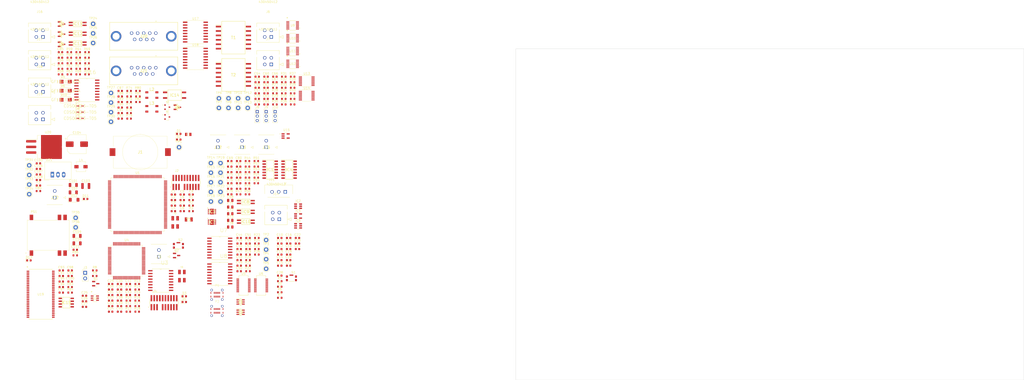
<source format=kicad_pcb>
(kicad_pcb (version 20221018) (generator pcbnew)
  (layers (0 "F.Cu" signal) (31 "B.Cu" signal) (34 "B.Paste" user) (35 "F.Paste" user) (36 "B.SilkS" user "B.Silkscreen") (37 "F.SilkS" user "F.Silkscreen") (38 "B.Mask" user) (39 "F.Mask" user) (44 "Edge.Cuts" user))
  (property "AUTHOR" "Fraunhofer IISB foxBMS Team")
  (property "CONFIGURATIONPARAMETERS" "")
  (property "CONFIGURATORNAME" "")
  (property "DOCUMENTNUMBER" "9")
  (property "ISUSERCONFIGURABLE" "")
  (property "REL-DATE" "2017-05-16")
  (property "SHEETDESCRIPTION" "Debug LEDs for MCU0")
  (property "SHEETTOTAL" "24")
  (property "VERSION" "1.0.2")
  (property "VERSIONCONTROL_PROJFOLDERREVNUMBER" "")
  (property "VERSIONCONTROL_REVNUMBER" "")
  (net 0 "")
  (net 1 "Net-(U1-PC14)")
  (net 2 "GND")
  (net 3 "Net-(U1-PC15)")
  (net 4 "+3.3V")
  (net 5 "Net-(U1-VDDA)")
  (net 6 "Net-(U1-VCAP_1)")
  (net 7 "Net-(U1-VCAP_2)")
  (net 8 "Net-(U1-PH0)")
  (net 9 "Net-(U1-PH1)")
  (net 10 "/MCU0_primary/MCU0_ADC_REF/VREF+_MCU0")
  (net 11 "/MCU0_primary/MCU0_NRST")
  (net 12 "/MCU1_secondary/MCU1_NRST")
  (net 13 "Net-(U4-PH0)")
  (net 14 "Net-(U4-PH1)")
  (net 15 "Net-(U4-VCAP_1)")
  (net 16 "Net-(U4-VCAP_2)")
  (net 17 "Net-(U5-3V3OUT)")
  (net 18 "USB1_GND")
  (net 19 "USB1_VCC")
  (net 20 "Net-(U6-3V3OUT)")
  (net 21 "USB0_GND")
  (net 22 "USB_VCC")
  (net 23 "Net-(T1-SEC_5)")
  (net 24 "Net-(T1-SEC_2)")
  (net 25 "Net-(U9-VDD)")
  (net 26 "Net-(U10-VDD)")
  (net 27 "Net-(T2-SEC_5)")
  (net 28 "Net-(T2-SEC_2)")
  (net 29 "Net-(U11-VDD)")
  (net 30 "Net-(U12-VDD)")
  (net 31 "SUPPLY")
  (net 32 "Net-(IC3-SS)")
  (net 33 "Net-(C71-Pad1)")
  (net 34 "Net-(IC3-OUT_1)")
  (net 35 "+5V")
  (net 36 "Net-(IC7-SS)")
  (net 37 "Net-(IC7-OUT_1)")
  (net 38 "+5V_ISO")
  (net 39 "Net-(C91-Pad1)")
  (net 40 "Net-(C92-Pad1)")
  (net 41 "GND_ISO")
  (net 42 "Net-(U21-Vin)")
  (net 43 "Net-(D1-K)")
  (net 44 "Net-(D1-A)")
  (net 45 "Net-(D2-K)")
  (net 46 "Net-(D2-A)")
  (net 47 "Net-(D3-K)")
  (net 48 "Net-(D3-A)")
  (net 49 "Net-(D4-K)")
  (net 50 "Net-(D4-A)")
  (net 51 "/Contactors/contactors_com_pos")
  (net 52 "/Contactors/Contactor_out0")
  (net 53 "/Contactors/Contactor_out1")
  (net 54 "Net-(U16-VIA)")
  (net 55 "Net-(U16-VIB)")
  (net 56 "Net-(U16-VIC)")
  (net 57 "/Contactors/Contactor_out2")
  (net 58 "Net-(D11-K)")
  (net 59 "Net-(D13-K)")
  (net 60 "Net-(F1-Pad1)")
  (net 61 "Net-(F2-Pad1)")
  (net 62 "/Shutdown/Bender_OK_EXT")
  (net 63 "Net-(IC1-Pad2)")
  (net 64 "/Shutdown/AMS_SHTDW")
  (net 65 "/MCU0_primary/SHUTDOWN_ctrl_MCU0")
  (net 66 "/MCU1_secondary/SHUTDOWN_ctrl_MCU0")
  (net 67 "Net-(IC1-Pad6)")
  (net 68 "/Shutdown/IMD_SHTDW")
  (net 69 "Net-(IC1-Pad10)")
  (net 71 "Net-(IC2-Pad1)")
  (net 72 "Net-(IC2-Pad3)")
  (net 74 "Net-(IC3-ILIM)")
  (net 75 "Net-(IC4-Pad1)")
  (net 76 "Net-(IC4-Pad2)")
  (net 77 "Net-(IC4-Pad4)")
  (net 78 "Net-(IC4-Pad6)")
  (net 82 "Net-(IC6-Pad1)")
  (net 84 "Net-(IC7-ILIM)")
  (net 85 "Net-(IC8-K)")
  (net 86 "Net-(IC8-E)")
  (net 87 "Net-(IC8-C)")
  (net 88 "Net-(IC9-K)")
  (net 89 "/MCU0_primary/SHUTDOWN_feedback_MCU0")
  (net 90 "Net-(IC10-K)")
  (net 91 "Net-(IC10-E)")
  (net 92 "Net-(IC10-C)")
  (net 93 "/Contactors/Contactor_feedback0")
  (net 94 "Net-(IC11-K)")
  (net 95 "Net-(IC11-E)")
  (net 96 "Net-(IC11-C)")
  (net 97 "/Contactors/Contactor_feedback1")
  (net 98 "Net-(IC12-K)")
  (net 99 "Net-(IC12-C)")
  (net 100 "/Contactors/Contactor_feedback2")
  (net 101 "Net-(IC13-K)")
  (net 102 "Net-(IC13-C)")
  (net 103 "Net-(IC14-A)")
  (net 104 "Net-(IC14-K)")
  (net 105 "Net-(IC14-D2)")
  (net 106 "/MCU0_Memory/EEPROM.CS")
  (net 107 "/MCU0_Memory/EEPROM.MISO")
  (net 108 "Net-(IC15-~{W})")
  (net 109 "/MCU0_Memory/EEPROM.MOSI")
  (net 110 "/MCU0_Memory/EEPROM.SCK")
  (net 111 "Net-(IC15-~{HOLD})")
  (net 112 "Net-(J1-+)")
  (net 113 "/MCU0_primary/MCU0_SWDIO")
  (net 114 "/MCU0_primary/MCU0_SWCLK")
  (net 115 "/MCU0_primary/MCU0_SWO")
  (net 116 "/MCU0_primary/MCU0_TDI")
  (net 117 "/MCU0_primary/MCU0_TRACECLK")
  (net 118 "/MCU0_primary/MCU0_TRACED0")
  (net 119 "/MCU0_primary/MCU0_TRACED1")
  (net 120 "/MCU0_primary/MCU0_TRACED2")
  (net 121 "/MCU0_primary/MCU0_TRACED3")
  (net 122 "/MCU0_primary/MCU0_BOOT")
  (net 123 "/MCU1_secondary/MCU1_SWDIO")
  (net 124 "/MCU1_secondary/MCU1_SWCLK")
  (net 125 "/MCU1_secondary/MCU1_SWO")
  (net 126 "/MCU1_secondary/MCU1_TDI")
  (net 127 "/MCU1_secondary/MCU1_TRACECLK")
  (net 128 "/MCU1_secondary/MCU1_TRACED0")
  (net 129 "/MCU1_secondary/MCU1_TRACED1")
  (net 130 "/MCU1_secondary/MCU1_TRACED2")
  (net 131 "/MCU1_secondary/MCU1_TRACED3")
  (net 132 "/MCU1_secondary/MCU1_BOOT")
  (net 133 "Net-(T1-PRI_3)")
  (net 134 "Net-(T1-PRI_1)")
  (net 135 "Net-(T2-PRI_1)")
  (net 136 "Net-(T2-PRI_3)")
  (net 137 "Net-(T1-PRI_6)")
  (net 138 "Net-(T1-PRI_4)")
  (net 139 "Net-(T2-PRI_4)")
  (net 140 "Net-(T2-PRI_6)")
  (net 141 "/isoSPI_interface/POL_0")
  (net 142 "/isoSPI_interface/PHA_0")
  (net 143 "/isoSPI_interface/SLOW")
  (net 144 "/Contactors/feedback0")
  (net 145 "/Contactors/feedback1")
  (net 146 "/Contactors/feedback2")
  (net 149 "/CAN0_interface/CAN0_L")
  (net 151 "/CAN0_interface/CAN0_H")
  (net 154 "/CAN0_interface/CAN1_L")
  (net 156 "/CAN0_interface/CAN1_H")
  (net 158 "Net-(U17-CANL)")
  (net 159 "Net-(U17-CANH)")
  (net 160 "Net-(U18-CANL)")
  (net 161 "Net-(U18-CANH)")
  (net 163 "/USB_interface/D1+")
  (net 164 "/USB_interface/D1-")
  (net 167 "/USB_interface/D0+")
  (net 168 "/USB_interface/D0-")
  (net 172 "/MCU0_primary/FTDI_MCU0.DTR")
  (net 173 "/MCU1_secondary/FTDI_MCU1.DTR")
  (net 174 "Net-(Q3-G)")
  (net 175 "Net-(Q3-D)")
  (net 176 "Net-(Q4-G)")
  (net 177 "Net-(Q4-D)")
  (net 178 "Net-(Q5-G)")
  (net 179 "Net-(Q5-D)")
  (net 180 "Net-(Q6-G)")
  (net 181 "Net-(U1-PB2)")
  (net 182 "Net-(R5-Pad2)")
  (net 183 "/MCU0_primary/FTDI_MCU0.RTS")
  (net 184 "Net-(R7-Pad1)")
  (net 185 "Net-(R11-Pad2)")
  (net 186 "/MCU1_secondary/FTDI_MCU1.RTS")
  (net 187 "Net-(R13-Pad1)")
  (net 188 "Net-(U4-PB2)")
  (net 189 "Net-(U5-USBDM)")
  (net 190 "Net-(U5-USBDP)")
  (net 191 "Net-(U5-~{DSR})")
  (net 192 "Net-(U5-~{CTS})")
  (net 193 "Net-(U6-USBDM)")
  (net 194 "Net-(U6-USBDP)")
  (net 195 "Net-(U6-~{DSR})")
  (net 196 "Net-(U6-~{CTS})")
  (net 197 "/isoSPI_interface/OUT0_N")
  (net 198 "/isoSPI_interface/OUT0_P")
  (net 199 "Net-(U9-IBIAS)")
  (net 200 "Net-(U9-ICMP)")
  (net 201 "Net-(U10-IBIAS)")
  (net 202 "Net-(U10-ICMP)")
  (net 203 "/isoSPI_interface/OUT0_P_rv")
  (net 204 "/isoSPI_interface/OUT0_N_rv")
  (net 205 "/isoSPI_interface/OUT1_N")
  (net 206 "/isoSPI_interface/OUT1_P")
  (net 207 "Net-(U11-IBIAS)")
  (net 208 "Net-(U11-ICMP)")
  (net 209 "Net-(U12-IBIAS)")
  (net 210 "Net-(U12-ICMP)")
  (net 211 "/isoSPI_interface/OUT1_P_rv")
  (net 212 "/isoSPI_interface/OUT1_N_rv")
  (net 213 "Net-(R39-Pad2)")
  (net 214 "Net-(R40-Pad2)")
  (net 215 "/MCU0_primary/isoSPI0.DIR")
  (net 216 "/MCU1_secondary/isoSPI1.DIR")
  (net 217 "Net-(R45-Pad2)")
  (net 218 "/Contactors/Contactor_ctrl0")
  (net 219 "/Contactors/Contactor_ctrl1")
  (net 220 "/Contactors/Contactor_ctrl2")
  (net 221 "/CAN0_interface/CAN0.TRANS_STBY_CTRL")
  (net 222 "/CAN0_interface/CAN1.TRANS_STBY_CTRL")
  (net 227 "/CAN0_interface/CAN0.TX")
  (net 228 "/CAN0_interface/CAN1.TX")
  (net 229 "/CAN0_interface/CAN0.RX")
  (net 230 "/CAN0_interface/CAN1.RX")
  (net 235 "/MCU0_Memory/MCU0_RAM.A0")
  (net 236 "/MCU0_Memory/MCU0_RAM.A1")
  (net 237 "/MCU0_Memory/MCU0_RAM.A2")
  (net 238 "/MCU0_Memory/MCU0_RAM.A3")
  (net 239 "/MCU0_Memory/MCU0_RAM.A4")
  (net 240 "/MCU0_Memory/MCU0_RAM.A5")
  (net 246 "/MCU0_Memory/MCU0_RAM.SDNWE")
  (net 256 "/MCU0_primary/isoSPI0.CS")
  (net 257 "/MCU0_primary/isoSPI0.SCK")
  (net 258 "/MCU0_primary/isoSPI0.MISO")
  (net 259 "/MCU0_primary/isoSPI0.MOSI")
  (net 264 "/MCU0_Memory/MCU0_RAM.SDNRAS")
  (net 265 "/MCU0_Memory/MCU0_RAM.A6")
  (net 266 "/MCU0_Memory/MCU0_RAM.A7")
  (net 267 "/MCU0_Memory/MCU0_RAM.A8")
  (net 268 "/MCU0_Memory/MCU0_RAM.A9")
  (net 269 "/MCU0_Memory/MCU0_RAM.A10")
  (net 270 "/MCU0_Memory/MCU0_RAM.A11")
  (net 271 "/MCU0_Memory/MCU0_RAM.D4")
  (net 272 "/MCU0_Memory/MCU0_RAM.D5")
  (net 273 "/MCU0_Memory/MCU0_RAM.D6")
  (net 274 "/MCU0_Memory/MCU0_RAM.D7")
  (net 275 "/MCU0_Memory/MCU0_RAM.D8")
  (net 276 "/MCU0_Memory/MCU0_RAM.D9")
  (net 277 "/MCU0_Memory/MCU0_RAM.D10")
  (net 278 "/MCU0_Memory/MCU0_RAM.D11")
  (net 279 "/MCU0_Memory/MCU0_RAM.D12")
  (net 280 "/MCU0_primary/FTDI_MCU0.TX")
  (net 281 "/MCU0_primary/FTDI_MCU0.RX")
  (net 282 "/MCU0_Memory/MCU0_RAM.SDNE1")
  (net 283 "/MCU0_Memory/MCU0_RAM.SDCKE1")
  (net 289 "/MCU0_primary/MCU_to_MCU_INTERFACE_MCU0.CS")
  (net 290 "/MCU0_primary/MCU_to_MCU_INTERFACE_MCU0.MISO")
  (net 291 "/MCU0_primary/MCU_to_MCU_INTERFACE_MCU0.MOSI")
  (net 292 "/MCU0_Memory/MCU0_RAM.D13")
  (net 293 "/MCU0_Memory/MCU0_RAM.D14")
  (net 294 "/MCU0_Memory/MCU0_RAM.D15")
  (net 298 "/MCU0_Memory/MCU0_RAM.D0")
  (net 299 "/MCU0_Memory/MCU0_RAM.D1")
  (net 302 "/MCU0_Memory/MCU0_RAM.BA0")
  (net 303 "/MCU0_Memory/MCU0_RAM.BA1")
  (net 306 "/MCU0_Memory/MCU0_RAM.SDCLK")
  (net 319 "/MCU0_Memory/MCU0_RAM.D2")
  (net 320 "/MCU0_Memory/MCU0_RAM.D3")
  (net 322 "/MCU0_primary/MCU_to_MCU_INTERFACE_MCU0.SCK")
  (net 328 "/MCU0_Memory/MCU0_RAM.SDNCAS")
  (net 330 "/MCU0_Memory/MCU0_RAM.NBL0")
  (net 331 "/MCU0_Memory/MCU0_RAM.NBL1")
  (net 336 "/MCU1_secondary/MCU_to_MCU_INTERFACE_MCU1.MISO")
  (net 338 "/MCU1_secondary/MCU_to_MCU_INTERFACE_MCU1.CS")
  (net 339 "/MCU1_secondary/MCU_to_MCU_INTERFACE_MCU1.SCK")
  (net 340 "/MCU1_secondary/MCU_to_MCU_INTERFACE_MCU1.MOSI")
  (net 350 "/MCU1_secondary/isoSPI1.CS")
  (net 351 "/MCU1_secondary/isoSPI1.SCK")
  (net 352 "/MCU1_secondary/isoSPI1.MISO")
  (net 353 "/MCU1_secondary/isoSPI1.MOSI")
  (net 367 "/MCU1_secondary/FTDI_MCU1.TX")
  (net 368 "/MCU1_secondary/FTDI_MCU1.RX")
  (net 402 "/USB_interface/USB_MCU1.DTR")
  (net 403 "/USB_interface/USB_MCU1.RTS")
  (net 404 "/USB_interface/USB_MCU1.RX")
  (net 411 "/USB_interface/USB_MCU1.TX")
  (net 412 "/USB_interface/USB_MCU0.DTR")
  (net 413 "/USB_interface/USB_MCU0.RTS")
  (net 414 "/USB_interface/USB_MCU0.RX")
  (net 421 "/USB_interface/USB_MCU0.TX")
  (net 424 "/isoSPI_interface/CS0_F")
  (net 425 "/isoSPI_interface/CS1_F")
  (net 426 "/isoSPI_interface/CS0_rv")
  (net 427 "/isoSPI_interface/CS1_rv")
  (net 428 "Net-(U13-Pad11)")
  (net 429 "Net-(U13-Pad10)")
  (net 430 "Net-(U14-Pad11)")
  (net 431 "Net-(U14-Pad10)")
  (footprint "Capacitor_SMD:CP_Elec_8x10" (layer "F.Cu") (at -118.74 122.73)
    (fp_text reference "C104")
    (fp_text value "56uF/50V (8mm diameter)")
  )
  (footprint "FTSH-110-01-L-DV-007-K-P:SAMTEC_FTSH-110-01-L-DV-007" (layer "F.Cu") (at -79.28 194.5)
    (fp_text reference "J4")
    (fp_text value "FTSH-110-01-L-DV-007")
  )
  (footprint "ADR3425ARJZ-R2:RJ_6_ADI" (layer "F.Cu") (at -110.6156 192.4338)
    (fp_text reference "U2")
    (fp_text value "ADR3425ARJZ-R2")
  )
  (footprint "Capacitor_SMD:C_0603_1608Metric" (layer "F.Cu") (at -37.115 94.7)
    (fp_text reference "C55")
    (fp_text value "27pF/50V")
  )
  (footprint "43045-0212:43045-02YY_121314" (layer "F.Cu") (at -54.87 124.16)
    (fp_text reference "J12")
    (fp_text value "43045-0212" hide)
  )
  (footprint "Resistor_SMD:R_0603_1608Metric" (layer "F.Cu") (at -37.505 132.89)
    (fp_text reference "R52")
    (fp_text value "6k8")
  )
  (footprint "Resistor_SMD:R_0603_1608Metric" (layer "F.Cu") (at -95.445 193.55)
    (fp_text reference "R10")
    (fp_text value "10k")
  )
  (footprint "Capacitor_SMD:C_0603_1608Metric" (layer "F.Cu") (at -103.465 188.53)
    (fp_text reference "C30")
    (fp_text value "100nF/50V")
  )
  (footprint "Resistor_SMD:R_0603_1608Metric" (layer "F.Cu") (at -37.505 137.91)
    (fp_text reference "R54")
    (fp_text value "470R")
  )
  (footprint "Resistor_SMD:R_0603_1608Metric" (layer "F.Cu") (at -122.155 86.11)
    (fp_text reference "R61")
    (fp_text value "130R")
  )
  (footprint "IS42S16400J-7TLI:54L_TSOP-2_400_ISI" (layer "F.Cu") (at -135.1547 190.6793)
    (fp_text reference "U19")
    (fp_text value "IS42S16400J-7TLI")
  )
  (footprint "Resistor_SMD:R_0603_1608Metric" (layer "F.Cu") (at -37.255 167.7)
    (fp_text reference "R24")
    (fp_text value "27R")
  )
  (footprint "43045-0412:CON_430450412_MOL" (layer "F.Cu") (at -134.091512 74.1985)
    (fp_text reference "J16")
    (fp_text value "430450412")
  )
  (footprint "Capacitor_SMD:C_0603_1608Metric" (layer "F.Cu") (at -103.465 198.57)
    (fp_text reference "C34")
    (fp_text value "100nF/50V")
  )
  (footprint "TestPoint:TestPoint_Keystone_5000-5004_Miniature" (layer "F.Cu") (at -33.075 170.46)
    (fp_text reference "TP3")
    (fp_text value "TestPoint")
  )
  (footprint "Capacitor_SMD:C_0603_1608Metric" (layer "F.Cu") (at -136.145 136.43)
    (fp_text reference "C107")
    (fp_text value "1uF/35V")
  )
  (footprint "Capacitor_SMD:C_0603_1608Metric" (layer "F.Cu") (at -99.455 186.02)
    (fp_text reference "C35")
    (fp_text value "100nF/50V")
  )
  (footprint "Capacitor_SMD:C_0603_1608Metric" (layer "F.Cu") (at -45.275 167.7)
    (fp_text reference "C45")
    (fp_text value "4u7/25V")
  )
  (footprint "Capacitor_SMD:C_0603_1608Metric" (layer "F.Cu") (at -49.535 137.91)
    (fp_text reference "C75")
    (fp_text value "0.1u/50V")
  )
  (footprint "Capacitor_SMD:C_0603_1608Metric" (layer "F.Cu") (at -75.055 150.55)
    (fp_text reference "C3")
    (fp_text value "100nF/50V")
  )
  (footprint "TestPoint:TestPoint_Keystone_5000-5004_Miniature" (layer "F.Cu") (at -54.445 101.98)
    (fp_text reference "TP6")
    (fp_text value "TestPoint")
  )
  (footprint "Capacitor_SMD:C_0603_1608Metric" (layer "F.Cu") (at -18.875 167.7)
    (fp_text reference "C23")
    (fp_text value "100nF/50V")
  )
  (footprint "LED_SMD:LED_0603_1608Metric" (layer "F.Cu") (at -72.625 118.06)
    (fp_text reference "D1")
    (fp_text value "LED_RED")
  )
  (footprint "GF1B-E367A:Diode_GF1B-E367A" (layer "F.Cu") (at -123.82 102.635)
    (fp_text reference "D10")
    (fp_text value "GF1B-E3_67A")
  )
  (footprint "Capacitor_SMD:C_0603_1608Metric" (layer "F.Cu") (at -103.465 196.06)
    (fp_text reference "C33")
    (fp_text value "18pF/50V")
  )
  (footprint "Capacitor_SMD:C_0603_1608Metric" (layer "F.Cu") (at -99.115 108.66)
    (fp_text reference "C91")
    (fp_text value "1uF/35V")
  )
  (footprint "Capacitor_SMD:C_0603_1608Metric" (layer "F.Cu") (at -71.045 153.06)
    (fp_text reference "C8")
    (fp_text value "18pF/50V")
  )
  (footprint "ACPL-217:SOIC127P700X242-4N" (layer "F.Cu") (at -118.395 77.19)
    (fp_text reference "IC13")
    (fp_text value "ACPL-217-56BE" hide)
  )
  (footprint "KMR221GLFS:SW_KMR221GLFS" (layer "F.Cu") (at -21.615 183.47)
    (fp_text reference "S1")
    (fp_text value "KMR221GLFS")
  )
  (footprint "43650-0327:MOLEX_436500327" (layer "F.Cu") (at -24.38 144.32)
    (fp_text reference "J11")
    (fp_text value "436500327")
  )
  (footprint "TestPoint:TestPoint_Keystone_5000-5004_Miniature" (layer "F.Cu") (at -41.395 106.33)
    (fp_text reference "TP13")
    (fp_text value "TestPoint")
  )
  (footprint "Resistor_SMD:R_0603_1608Metric" (layer "F.Cu") (at -37.255 165.19)
    (fp_text reference "R23")
    (fp_text value "27R")
  )
  (footprint "TestPoint:TestPoint_Keystone_5000-5004_Miniature" (layer "F.Cu") (at -58.065 140)
    (fp_text reference "TP16")
    (fp_text value "TestPoint")
  )
  (footprint "Resistor_SMD:R_0603_1608Metric" (layer "F.Cu") (at -21.075 97.21)
    (fp_text reference "R39")
    (fp_text value "20k")
  )
  (footprint "Capacitor_SMD:C_0603_1608Metric" (layer "F.Cu") (at -26.895 167.7)
    (fp_text reference "C11")
    (fp_text value "100nF/50V")
  )
  (footprint "Resistor_SMD:R_0603_1608Metric" (layer "F.Cu") (at -114.135 86.11)
    (fp_text reference "R71")
    (fp_text value "1k")
  )
  (footprint "Capacitor_SMD:C_0603_1608Metric" (layer "F.Cu") (at -22.885 172.72)
    (fp_text reference "C19")
    (fp_text value "100nF/50V")
  )
  (footprint "Capacitor_SMD:C_0603_1608Metric" (layer "F.Cu") (at -45.275 180.25)
    (fp_text reference "C50")
    (fp_text value "100n/50V")
  )
  (footprint "GF1B-E367A:Diode_GF1B-E367A" (layer "F.Cu") (at -123.82 94.435)
    (fp_text reference "D5")
    (fp_text value "GF1B-E3_67A")
  )
  (footprint "Capacitor_SMD:C_0603_1608Metric" (layer "F.Cu") (at -126.165 83.6)
    (fp_text reference "C86")
    (fp_text value "100nF/50V")
  )
  (footprint "Capacitor_SMD:C_0603_1608Metric" (layer "F.Cu") (at -75.055 148.04)
    (fp_text reference "C2")
    (fp_text value "18pF/50V")
  )
  (footprint "Resistor_SMD:R_0603_1608Metric" (layer "F.Cu") (at -91.435 196.06)
    (fp_text reference "R17")
    (fp_text value "10k")
  )
  (footprint "Resistor_SMD:R_0603_1608Metric" (layer "F.Cu") (at -26.895 184.76)
    (fp_text reference "R4")
    (fp_text value "10k")
  )
  (footprint "Capacitor_SMD:C_0603_1608Metric" (layer "F.Cu") (at -99.455 196.06)
    (fp_text reference "C39")
    (fp_text value "100nF/50V")
  )
  (footprint "Package_QFP:LQFP-176_24x24mm_P0.5mm" (layer "F.Cu") (at -91.265 150.07)
    (fp_text reference "U1")
    (fp_text value "STM32F429IIT6")
  )
  (footprint "Resistor_SMD:R_0603_1608Metric" (layer "F.Cu") (at -91.435 188.53)
    (fp_text reference "R14")
    (fp_text value "10k")
  )
  (footprint "43045-0412:CON_430450412_MOL" (layer "F.Cu") (at -30.711512 86.6355)
    (fp_text reference "J7")
    (fp_text value "430450412")
  )
  (footprint "Package_TO_SOT_SMD:SOT-23" (layer "F.Cu") (at -110.215 185.88)
    (fp_text reference "Q1")
    (fp_text value "BSS84")
  )
  (footprint "TestPoint:TestPoint_Keystone_5000-5004_Miniature" (layer "F.Cu") (at -140.325 141.03)
    (fp_text reference "TP33")
    (fp_text value "TestPoint")
  )
  (footprint "Diode_SMD:D_MiniMELF" (layer "F.Cu") (at -119.99 147.905)
    (fp_text reference "D12")
    (fp_text value "BZV55B15")
  )
  (footprint "TestPoint:TestPoint_Keystone_5000-5004_Miniature" (layer "F.Cu") (at -53.715 148.7)
    (fp_text reference "TP23")
    (fp_text value "TestPoint")
  )
  (footprint "Capacitor_SMD:C_0603_1608Metric" (layer "F.Cu") (at -37.115 102.23)
    (fp_text reference "C58")
    (fp_text value "100n/50V")
  )
  (footprint "Resistor_SMD:R_0603_1608Metric" (layer "F.Cu") (at -122.155 91.13)
    (fp_text reference "R63")
    (fp_text value "10R")
  )
  (footprint "Resistor_SMD:R_0603_1608Metric" (layer "F.Cu") (at -118.145 91.13)
    (fp_text reference "R68")
    (fp_text value "47R")
  )
  (footprint "Resistor_SMD:R_0603_1608Metric" (layer "F.Cu") (at -25.085 94.7)
    (fp_text reference "R32")
    (fp_text value "120R")
  )
  (footprint "Resistor_SMD:R_0603_1608Metric" (layer "F.Cu") (at -25.085 97.21)
    (fp_text reference "R33")
    (fp_text value "120R")
  )
  (footprint "Capacitor_SMD:C_0603_1608Metric" (layer "F.Cu") (at -26.895 175.23)
    (fp_text reference "C14")
    (fp_text value "100nF/50V")
  )
  (footprint "Converter_DCDC:Converter_DCDC_TRACO_TSR-1_THT" (layer "F.Cu") (at -129.83 136.53)
    (fp_text reference "U21")
    (fp_text value "TSR_2-2450")
  )
  (footprint "FS_Semiconductor:SOIC127P600X175-14N" (layer "F.Cu") (at -22.675 134.275)
    (fp_text reference "IC4")
    (fp_text value "SN74HC04DR" hide)
  )
  (footprint "TestPoint:TestPoint_Keystone_5000-5004_Miniature" (layer "F.Cu") (at -33.075 174.81)
    (fp_text reference "TP4")
    (fp_text value "TestPoint")
  )
  (footprint "Capacitor_SMD:C_0603_1608Metric" (layer "F.Cu") (at -37.115 97.21)
    (fp_text reference "C56")
    (fp_text value "100n/50V")
  )
  (footprint "Capacitor_SMD:C_0603_1608Metric" (layer "F.Cu") (at -49.535 130.38)
    (fp_text reference "C69")
    (fp_text value "0.1u/50V")
  )
  (footprint "Capacitor_SMD:C_0805_2012Metric" (layer "F.Cu") (at -49.315 154.22)
    (fp_text reference "C72")
    (fp_text value "10u/50V")
  )
  (footprint "Capacitor_SMD:C_0603_1608Metric" (layer "F.Cu") (at -99.455 193.55)
    (fp_text reference "C38")
    (fp_text value "100nF/50V")
  )
  (footprint "TestPoint:TestPoint_Keystone_5000-5004_Miniature" (layer "F.Cu") (at -41.395 101.98)
    (fp_text reference "TP12")
    (fp_text value "TestPoint")
  )
  (footprint "TestPoint:TestPoint_Keystone_5000-5004_Miniature" (layer "F.Cu") (at -119.305 160.42)
    (fp_text reference "TP36")
    (fp_text value "TestPoint")
  )
  (footprint "Capacitor_SMD:C_0603_1608Metric" (layer "F.Cu") (at -99.115 111.17)
    (fp_text reference "C92")
    (fp_text value "1uF/35V")
  )
  (footprint "Capacitor_SMD:C_0603_1608Metric" (layer "F.Cu") (at -49.535 132.89)
    (fp_text reference "C70")
    (fp_text value "100nF/50V")
  )
  (footprint "Package_SO:TSSOP-14_4.4x5mm_P0.65mm" (layer "F.Cu") (at -14.695 94.21)
    (fp_text reference "U13")
    (fp_text value "SN74LVC00AQPWRQ1")
  )
  (footprint "Resistor_SMD:R_0603_1608Metric" (layer "F.Cu") (at -122.155 88.62)
    (fp_text reference "R62")
    (fp_text value "1k")
  )
  (footprint "Capacitor_SMD:C_0603_1608Metric" (layer "F.Cu") (at -22.885 165.19)
    (fp_text reference "C16")
    (fp_text value "100nF/50V")
  )
  (footprint "ADUM3401CRWZ:SOIC127P1032X265-16N" (layer "F.Cu") (at -54.0504 181.437)
    (fp_text reference "U8")
    (fp_text value "ADUM3401CRWZ")
  )
  (footprint "TestPoint:TestPoint_Keystone_5000-5004_Miniature" (layer "F.Cu") (at -111.395 72.59)
    (fp_text reference "TP25")
    (fp_text value "TestPoint")
  )
  (footprint "Capacitor_SMD:C_0603_1608Metric" (layer "F.Cu") (at -103.465 186.02)
    (fp_text reference "C29")
    (fp_text value "100nF/50V")
  )
  (footprint "Capacitor_SMD:C_0603_1608Metric" (layer "F.Cu") (at -121.795 184.91)
    (fp_text reference "C100")
    (fp_text value "100n/50V")
  )
  (footprint "LS1205EF:SON50P300X300X80-11N" (layer "F.Cu") (at -57.59 158)
    (fp_text reference "IC7")
    (fp_text value "LS1205EF" hide)
  )
  (footprint "CDSOD323-T05:Bourns_Inc.-SOD-323-0-0-IPC_B" (layer "F.Cu") (at -117.294733 111.045)
    (fp_text reference "D9")
    (fp_text value "CDSOD323-T05")
  )
  (footprint "Resistor_SMD:R_0603_1608Metric" (layer "F.Cu") (at -29.095 99.72)
    (fp_text reference "R28")
    (fp_text value "820R")
  )
  (footprint "Capacitor_SMD:C_0603_1608Metric" (layer "F.Cu") (at -95.445 186.02)
    (fp_text reference "C41")
    (fp_text value "2u2/10V")
  )
  (footprint "AD8628ARTZ-R2:SOT95P280X145-5N" (layer "F.Cu") (at -24.24 119.04)
    (fp_text reference "U15")
    (fp_text value "AD8628ARTZ-R2")
  )
  (footprint "Capacitor_SMD:C_0603_1608Metric" (layer "F.Cu") (at -26.895 177.74)
    (fp_text reference "C15")
    (fp_text value "100nF/50V")
  )
  (footprint "LED_SMD:LED_0603_1608Metric" (layer "F.Cu") (at -70.115 194.18)
    (fp_text reference "D4")
    (fp_text value "LED_Green")
  )
  (footprint "TestPoint:TestPoint_Keystone_5000-5004_Miniature" (layer "F.Cu") (at -58.065 135.65)
    (fp_text reference "TP15")
    (fp_text value "TestPoint")
  )
  (footprint "Resistor_SMD:R_0603_1608Metric" (layer "F.Cu") (at -41.515 132.89)
    (fp_text reference "R45")
    (fp_text value "1k")
  )
  (footprint "Resistor_SMD:R_0603_1608Metric" (layer "F.Cu") (at -21.075 94.7)
    (fp_text reference "R38")
    (fp_text value "120R")
  )
  (footprint "Resistor_SMD:R_0603_1608Metric" (layer "F.Cu") (at -91.435 191.04)
    (fp_text reference "R15")
    (fp_text value "130")
  )
  (footprint "ACPL-217:SOIC127P700X242-4N" (layer "F.Cu") (at -42.265 157.82)
    (fp_text reference "IC10")
    (fp_text value "ACPL-217-56BE" hide)
  )
  (footprint "Resistor_SMD:R_0603_1608Metric" (layer "F.Cu") (at -21.075 104.74)
    (fp_text reference "R42")
    (fp_text value "0R")
  )
  (footprint "Capacitor_SMD:C_0603_1608Metric" (layer "F.Cu") (at -115.305 196.38)
    (fp_text reference "C27")
    (fp_text value "100nF/50V")
  )
  (footprint "Capacitor_SMD:C_0805_2012Metric" (layer "F.Cu") (at -49.315 160.24)
    (fp_text reference "C78")
    (fp_text value "10u/50V")
  )
  (footprint "HM2102NL:SOP200P1473X500-12N" (layer "F.Cu") (at -47.87 74.5)
    (fp_text reference "T1")
    (fp_text value "HM2102NL" hide)
  )
  (footprint "Resistor_SMD:R_0603_1608Metric" (layer "F.Cu") (at -118.145 86.11)
    (fp_text reference "R66")
    (fp_text value "10k")
  )
  (footprint "Resistor_SMD:R_0603_1608Metric" (layer "F.Cu") (at -41.515 130.38)
    (fp_text reference "R44")
    (fp_text value "10k")
  )
  (footprint "Capacitor_SMD:C_0603_1608Metric" (layer "F.Cu") (at -49.535 135.4)
    (fp_text reference "C74")
    (fp_text value "0.1u/50V")
  )
  (footprint "TestPoint:TestPoint_Keystone_5000-5004_Miniature" (layer "F.Cu") (at -33.075 179.16)
    (fp_text reference "TP5")
    (fp_text value "TestPoint")
  )
  (footprint "Package_SO:SSOP-20_3.9x8.7mm_P0.635mm" (layer "F.Cu") (at -35.355 186.68)
    (fp_text reference "U6")
    (fp_text value "FT231XS-R")
  )
  (footprint "BLM21AG471SN1J:IND_BLM21_0805_MUR" (layer "F.Cu") (at -68.3293 118.3191)
    (fp_text reference "L1")
    (fp_text value "BLM21AG471SN1J")
  )
  (footprint "Resistor_SMD:R_0603_1608Metric" (layer "F.Cu") (at -67.035 150.55)
    (fp_text reference "R2")
    (fp_text value "130")
  )
  (footprint "TestPoint:TestPoint_Keystone_5000-5004_Miniature" (layer "F.Cu") (at -103.295 108.24)
    (fp_text reference "TP29")
    (fp_text value "TestPoint")
  )
  (footprint "LTC6820HMS#PBF:MS_05-08-1669_ADI" (layer "F.Cu") (at -21.0769 80.5665)
    (fp_text reference "U11")
    (fp_text value "LTC6820HMS-PBF")
  )
  (footprint "Capacitor_SMD:C_0603_1608Metric" (layer "F.Cu") (at -33.105 97.21)
    (fp_text reference "C62")
    (fp_text value "100n/50V")
  )
  (footprint "Resistor_SMD:R_0603_1608Metric" (layer "F.Cu") (at -95.105 103.64)
    (fp_text reference "R76")
    (fp_text value "62R")
  )
  (footprint "Resistor_SMD:R_0603_1608Metric" (layer "F.Cu") (at -126.165 86.11)
    (fp_text reference "R56")
    (fp_text value "130R")
  )
  (footprint "Connector_PinHeader_2.00mm:PinHeader_1x03_P2.00mm_Vertical" (layer "F.Cu") (at -33.045 108.02)
    (fp_text reference "J9")
    (fp_text value "Conn_01x03_Pin")
  )
  (footprint "Capacitor_SMD:C_0603_1608Metric" (layer "F.Cu") (at -103.465 191.04)
    (fp_text reference "C31")
    (fp_text value "100nF/50V")
  )
  (footprint "Inductor_SMD:L_TracoPower_TCK-141" (layer "F.Cu") (at -116.885 132.93)
    (fp_text reference "L4")
    (fp_text value "5.6uH")
  )
  (footprint "Capacitor_SMD:C_0603_1608Metric" (layer "F.Cu") (at -18.875 170.21)
    (fp_text reference "C24")
    (fp_text value "100nF/50V")
  )
  (footprint "Capacitor_SMD:C_0603_1608Metric" (layer "F.Cu") (at -136.145 131.41)
    (fp_text reference "C105")
    (fp_text value "100nF/50V")
  )
  (footprint "TestPoint:TestPoint_Keystone_5000-5004_Miniature" (layer "F.Cu") (at -54.445 106.33)
    (fp_text reference "TP7")
    (fp_text value "TestPoint")
  )
  (footprint "Resistor_SMD:R_0603_1608Metric" (layer "F.Cu") (at -114.135 81.09)
    (fp_text reference "R69")
    (fp_text value "47R")
  )
  (footprint "Package_SO:SOIC-16W_7.5x10.3mm_P1.27mm" (layer "F.Cu") (at -65.075 83.84)
    (fp_text reference "U18")
    (fp_text value "TJA1052IT/5Y")
  )
  (footprint "Resistor_SMD:R_0603_1608Metric" (layer "F.Cu") (at -41.515 135.4)
    (fp_text reference "R46")
    (fp_text value "6k8")
  )
  (footprint "Capacitor_SMD:C_0603_1608Metric" (layer "F.Cu") (at -136.145 138.94)
    (fp_text reference "C108")
    (fp_text value "100nF/50V")
  )
  (footprint "Resistor_SMD:R_0603_1608Metric" (layer "F.Cu") (at -41.515 137.91)
    (fp_text reference "R47")
    (fp_text value "10k")
  )
  (footprint "TestPoint:TestPoint_Keystone_5000-5004_Miniature" (layer "F.Cu") (at -50.095 106.33)
    (fp_text reference "TP9")
    (fp_text value "TestPoint")
  )
  (footprint "Capacitor_SMD:C_0603_1608Metric" (layer "F.Cu") (at -26.895 170.21)
    (fp_text reference "C12")
    (fp_text value "100nF/50V")
  )
  (footprint "ACPL-217:SOIC127P700X242-4N" (layer "F.Cu") (at -118.395 72.74)
    (fp_text reference "IC12")
    (fp_text value "ACPL-217-56BE" hide)
  )
  (footprint "Capacitor_SMD:C_0603_1608Metric" (layer "F.Cu") (at -126.165 81.09)
    (fp_text reference "C85")
    (fp_text value "100nF/50V")
  )
  (footprint "Capacitor_SMD:C_0603_1608Metric" (layer "F.Cu") (at -45.525 135.4)
    (fp_text reference "C82")
    (fp_text value "100n/50V")
  )
  (footprint "ADUM3401CRWZ:SOIC127P1032X265-16N" (layer "F.Cu") (at -80.7904 184.469)
    (fp_text reference "U3")
    (fp_text value "ADUM3401CRWZ")
  )
  (footprint "FS_Connector:molex 2193200001" (layer "F.Cu") (at -55.335 190.92)
    (fp_text reference "P1")
    (fp_text value "USB_C_Plug_USB2.0")
  )
  (footprint "Resistor_SMD:R_0603_1608Metric" (layer "F.Cu") (at -37.255 172.72)
    (fp_text reference "R26")
    (fp_text value "0R")
  )
  (footprint "Capacitor_SMD:C_0603_1608Metric" (layer "F.Cu") (at -22.885 175.23)
    (fp_text reference "C20")
    (fp_text value "100nF/50V")
  )
  (footprint "Resistor_SMD:R_0603_1608Metric" (layer "F.Cu") (at -25.085 102.23)
    (fp_text reference "R35")
    (fp_text value "820R")
  )
  (footprint "LTC6820HMS#PBF:MS_05-08-1669_ADI" (layer "F.Cu") (at -21.0769 74.7659)
    (fp_text reference "U10")
    (fp_text value "LTC6820HMS-PBF")
  )
  (footprint "Capacitor_SMD:C_0603_1608Metric" (layer "F.Cu") (at -125.805 182.4)
    (fp_text reference "C94")
    (fp_text value "100n/50V")
  )
  (footprint "Resistor_SMD:R_0603_1608Metric" (layer "F.Cu") (at -118.145 83.6)
    (fp_text reference "R65")
    (fp_text value "10k")
  )
  (footprint "Capacitor_SMD:C_0603_1608Metric" (layer "F.Cu") (at -37.115 99.72)
    (fp_text reference "C57")
    (fp_text value "100n/50V")
  )
  (footprint "Capacitor_SMD:C_0603_1608Metric" (layer "F.Cu") (at -99.115 106.15)
    (fp_text reference "C90")
    (fp_text value "100nF/50V")
  )
  (footprint "Capacitor_SMD:C_0603_1608Metric" (layer "F.Cu") (at -33.105 92.19)
    (fp_text reference "C60")
    (fp_text value "27pF/50V")
  )
  (footprint "TestPoint:TestPoint_Keystone_5000-5004_Miniature" (layer "F.Cu") (at -45.745 101.98)
    (fp_text reference "TP10")
    (fp_text value "TestPoint")
  )
  (footprint "Capacitor_SMD:C_0603_1608Metric" (layer "F.Cu") (at -99.115 103.64)
    (fp_text reference "C89")
    (fp_text value "100nF/50V")
  )
  (footprint "Resistor_SMD:R_0603_1608Metric" (layer "F.Cu") (at -41.265 177.74)
    (fp_text reference "R21")
    (fp_text value "0R")
  )
  (footprint "Capacitor_SMD:C_0603_1608Metric" (layer "F.Cu") (at -125.805 187.42)
    (fp_text reference "C96")
    (fp_text value "100n/50V")
  )
  (footprint "Resistor_SMD:R_0603_1608Metric" (layer "F.Cu") (at -37.255 170.21)
    (fp_text reference "R25")
    (fp_text value "0R")
  )
  (footprint "IRLML0100TRPBF:SOT95P237X112-3N" (layer "F.Cu") (at -125.695 72.95)
    (fp_text reference "Q4")
    (fp_text value "IRLML0100TRPBF" hide)
  )
  (footprint "Capacitor_SMD:C_0603_1608Metric" (layer "F.Cu") (at -22.885 170.21)
    (fp_text reference "C18")
    (fp_text value "100nF/50V")
  )
  (footprint "Capacitor_SMD:C_0603_1608Metric" (layer "F.Cu") (at -22.885 177.74)
    (fp_text reference "C21")
    (fp_text value "100nF/50V")
  )
  (footprint "Resistor_SMD:R_0603_1608Metric" (layer "F.Cu") (at -21.075 92.19)
    (fp_text reference "R37")
    (fp_text value "1k2")
  )
  (footprint "TestPoint:TestPoint_Keystone_5000-5004_Miniature" (layer "F.Cu") (at -119.305 156.07)
    (fp_text reference "TP35")
    (fp_text value "TestPoint")
  )
  (footprint "Resistor_SMD:R_0603_1608Metric" (layer "F.Cu") (at -91.435 186.02)
    (fp_text reference "R13")
    (fp_text value "0R")
  )
  (footprint "Resistor_SMD:R_0603_1608Metric" (layer "F.Cu") (at -41.265 172.72)
    (fp_text reference "R19")
    (fp_text value "27R")
  )
  (footprint "Capacitor_SMD:C_1206_3216Metric" (layer "F.Cu") (at -120.385 144.56)
    (fp_text reference "C102")
    (fp_text value "10uF/50V")
  )
  (footprint "M95M02-DRMN6TP:SOIC127P600X175-8N" (layer "F.Cu") (at -123.56 194.46)
    (fp_text reference "IC15")
    (fp_text value "M95M02-DRMN6TP" hide)
  )
  (footprint "Capacitor_SMD:C_0603_1608Metric" (layer "F.Cu") (at -71.045 145.53)
    (fp_text reference "C5")
    (fp_text value "2u2/10V")
  )
  (footprint "Resistor_SMD:R_0603_1608Metric" (layer "F.Cu") (at -37.505 130.38)
    (fp_text reference "R51")
    (fp_text value "10k")
  )
  (footprint "TestPoint:TestPoint_Keystone_5000-5004_Miniature" (layer "F.Cu") (at -111.395 68.24)
    (fp_text reference "TP24")
    (fp_text value "TestPoint")
  )
  (footprint "Capacitor_SMD:C_0603_1608Metric" (layer "F.Cu") (at -29.095 92.19)
    (fp_text reference "C66")
    (fp_text value "100n/50V")
  )
  (footprint "Capacitor_SMD:C_1206_3216Metric" (layer "F.Cu") (at -118.655 164.27)
    (fp_text reference "C109")
    (fp_text value "47uF/25V")
  )
  (footprint "43045-0412:CON_430450412_MOL" (layer "F.Cu") (at -30.711512 74.1985)
    (fp_text reference "J6")
    (fp_text value "430450412")
  )
  (footprint "Capacitor_SMD:C_0603_1608Metric" (layer "F.Cu") (at -95.445 188.53)
    (fp_text reference "C42")
    (fp_text value "100nF/50V")
  )
  (footprint "7B-8.000MAAJ-T:OSCSC500X320X105-4N" (layer "F.Cu") (at -71.2065 182.4485)
    (fp_text reference "Y3")
    (fp_text value "7B-8.000MAAJ-T")
  )
  (footprint "Package_TO_SOT_SMD:TSOT-23-6" (layer "F.Cu") (at -18.595 159.71)
    (fp_text reference "IC6")
    (fp_text value "SN74LVC1G332DBVR")
  )
  (footprint "Resistor_SMD:R_0603_1608Metric" (layer "F.Cu") (at -95.105 98.62)
    (fp_text reference "R74")
    (fp_text value "62R")
  )
  (footprint "HM2102NL:SOP200P1473X500-12N" (layer "F.Cu") (at -47.87 91.37)
    (fp_text reference "T2")
    (fp_text value "HM2102NL" hide)
  )
  (footprint "Capacitor_SMD:C_0603_1608Metric" (layer "F.Cu") (at -37.115 104.74)
    (fp_text reference "C59")
    (fp_text value "100n/50V")
  )
  (footprint "Package_SO:TSSOP-14_4.4x5mm_P0.65mm" (layer "F.Cu") (at -14.695 100.76)
    (fp_text reference "U14")
    (fp_text value "SN74LVC00AQPWRQ1")
  )
  (footprint "Resistor_SMD:R_0603_1608Metric" (layer "F.Cu") (at -122.155 81.09)
    (fp_text reference "R59")
    (fp_text value "10R")
  )
  (footprint "TestPoint:TestPoint_Keystone_5000-5004_Miniature" (layer "F.Cu") (at -45.745 106.33)
    (fp_text reference "TP11")
    (fp_text value "TestPoint")
  )
  (footprint "Resistor_SMD:R_0603_1608Metric" (layer "F.Cu") (at -21.075 102.23)
    (fp_text reference "R41")
    (fp_text value "0R")
  )
  (footprint "Package_TO_SOT_SMD:TO-263-3_TabPin2" (layer "F.Cu") (at -131.775 123.98)
    (fp_text reference "U20")
    (fp_text value "LM1085IS-3.3/NOPB")
  )
  (footprint "ACPL-217:SOIC127P700X242-4N" (layer "F.Cu") (at -42.265 148.92)
    (fp_text reference "IC8")
    (fp_text value "ACPL-217-56BE" hide)
  )
  (footprint "Package_TO_SOT_SMD:SOT-23" (layer "F.Cu") (at -73.605 173.15)
    (fp_text reference "Q2")
    (fp_text value "BSS84")
  )
  (footprint "TestPoint:TestPoint_Keystone_5000-5004_Miniature" (layer "F.Cu") (at -140.325 145.38)
    (fp_text reference "TP34")
    (fp_text value "TestPoint")
  )
  (footprint "Capacitor_SMD:C_0603_1608Metric" (layer "F.Cu") (at -125.805 189.93)
    (fp_text reference "C97")
    (fp_text value "100n/50V")
  )
  (footprint "TestPoint:TestPoint_Keystone_5000-5004_Miniature" (layer "F.Cu") (at -53.715 140)
    (fp_text reference "TP21")
    (fp_text value "TestPoint")
  )
  (footprint "Package_QFP:LQFP-100_14x14mm_P0.5mm" (layer "F.Cu") (at -96.225 175.52)
    (fp_text reference "U4")
    (fp_text value "STM32F429VITx")
  )
  (footprint "Resistor_SMD:R_0603_1608Metric" (layer "F.Cu") (at -114.135 91.13)
    (fp_text reference "R73")
    (fp_text value "10k")
  )
  (footprint "Capacitor_SMD:C_1206_3216Metric" (layer "F.Cu") (at -120.385 141.21)
    (fp_text reference "C101")
    (fp_text value "10uF/50V")
  )
  (footprint "TestPoint:TestPoint_Keystone_5000-5004_Miniature" (layer "F.Cu") (at -103.295 99.54)
    (fp_text reference "TP27")
    (fp_text value "TestPoint")
  )
  (footprint "Capacitor_SMD:C_0603_1608Metric" (layer "F.Cu") (at -71.045 150.55)
    (fp_text reference "C7")
    (fp_text value "18pF/50V")
  )
  (footprint "Resistor_SMD:R_0603_1608Metric" (layer "F.Cu") (at -26.895 192.29)
    (fp_text reference "R7")
    (fp_text value "0R")
  )
  (footprint "Capacitor_SMD:C_0603_1608Metric" (layer "F.Cu") (at -33.105 104.74)
    (fp_text reference "C65")
    (fp_text value "100n/50V")
  )
  (footprint "Capacitor_SMD:C_0603_1608Metric" (layer "F.Cu") (at -29.095 94.7)
    (fp_text reference "C67")
    (fp_text value "100n/50V")
  )
  (footprint "43045-0412:CON_430450412_MOL" (layer "F.Cu") (at -134.091512 111.5095)
    (fp_text reference "J19")
    (fp_text value "430450412")
  )
  (footprint "IP4220CZ6:SOT95P275X110-6N" (layer "F.Cu") (at -44.63 194.18)
    (fp_text reference "Z1")
    (fp_text value "IP4220CZ6,125" hide)
  )
  (footprint "Resistor_SMD:R_0603_1608Metric" (layer "F.Cu") (at -25.085 92.19)
    (fp_text reference "R31")
    (fp_text value "1k2")
  )
  (footprint "Capacitor_SMD:C_0603_1608Metric" (layer "F.Cu") (at -22.885 167.7)
    (fp_text reference "C17")
    (fp_text value "100nF/50V")
  )
  (footprint "TestPoint:TestPoint_Keystone_5000-5004_Miniature" (layer "F.Cu") (at -58.065 144.35)
    (fp_text reference "TP17")
    (fp_text value "TestPoint")
  )
  (footprint "Resistor_SMD:R_0603_1608Metric" (layer "F.Cu") (at -95.105 108.66)
    (fp_text reference "R78")
    (fp_text value "10k")
  )
  (footprint "IRLML0100TRPBF:SOT95P237X112-3N" (layer "F.Cu") (at -125.695 68.36)
    (fp_text reference "Q3")
    (fp_text value "IRLML0100TRPBF" hide)
  )
  (footprint "FS_Connector:L177TSEH09SOL2RM8" (layer "F.Cu") (at -83.02 72.47)
    (fp_text reference "J20")
    (fp_text value "DE9_Receptacle_MountingHoles" hide)
  )
  (footprint "Capacitor_SMD:C_0603_1608Metric" (layer "F.Cu") (at -99.455 198.57)
    (fp_text reference "C40")
    (fp_text value "100nF/50V")
  )
  (footprint "Capacitor_SMD:C_0805_2012Metric" (layer "F.Cu") (at -49.315 157.23)
    (fp_text reference "C73")
    (fp_text value "10u/50V")
  )
  (footprint "Resistor_SMD:R_0603_1608Metric" (layer "F.Cu") (at -91.095 103.64)
    (fp_text reference "R82")
    (fp_text value "10k")
  )
  (footprint "Resistor_SMD:R_0603_1608Metric" (layer "F.Cu") (at -37.505 140.42)
    (fp_text reference "R55")
    (fp_text value "130R")
  )
  (footprint "Resistor_SMD:R_0603_1608Metric" (layer "F.Cu") (at -45.525 145.44)
    (fp_text reference "R43")
    (fp_text value "10k")
  )
  (footprint "Resistor_SMD:R_0603_1608Metric" (layer "F.Cu") (at -67.035 148.04)
    (fp_text reference "R1")
    (fp_text value "10k")
  )
  (footprint "Capacitor_SMD:C_0603_1608Metric" (layer "F.Cu") (at -75.055 145.53)
    (fp_text reference "C1")
    (fp_text value "18pF/50V")
  )
  (footprint "CDSOD323-T05:Bourns_Inc.-SOD-323-0-0-IPC_B" (layer "F.Cu") (at -117.294733 105.445)
    (fp_text reference "D7")
    (fp_text value "CDSOD323-T05")
  )
  (footprint "TRI 1-1211SM:CONV_TRI_1-1211SM" (layer "F.Cu") (at -131.7 163.97)
    (fp_text reference "PS1")
    (fp_text value "TRI_1-1211SM")
  )
  (footprint "ADUM3300CRWZ:SOIC127P1032X265-16N" (layer "F.Cu") (at -114.2404 98.219)
    (fp_text reference "U16")
    (fp_text value "ADUM3300CRWZ")
  )
  (footprint "TestPoint:TestPoint_Keystone_5000-5004_Miniature" (layer "F.Cu") (at -111.395 76.94)
    (fp_text reference "TP26")
    (fp_text value "TestPoint")
  )
  (footprint "Capacitor_SMD:C_0603_1608Metric" (layer "F.Cu") (at -136.145 133.92)
    (fp_text reference "C106")
    (fp_text value "100nF/50V")
  )
  (footprint "Resistor_SMD:R_0603_1608Metric" (layer "F.Cu") (at -91.095 101.13)
    (fp_text reference "R81")
    (fp_text value "10R")
  )
  (footprint "Resistor_SMD:R_0603_1608Metric" (layer "F.Cu") (at -122.155 83.6)
    (fp_text reference "R60")
    (fp_text value "10k")
  )
  (footprint "Resistor_SMD:R_0603_1608Metric" (layer "F.Cu") (at -95.445 196.06)
    (fp_text reference "R11")
    (fp_text value "680R")
  )
  (footprint "Capacitor_SMD:C_0603_1608Metric" (layer "F.Cu") (at -99.455 191.04)
    (fp_text reference "C37")
    (fp_text value "100nF/50V")
  )
  (footprint "LS1205EF:SON50P300X300X80-11N" (layer "F.Cu") (at -57.59 153.275)
    (fp_text reference "IC3")
    (fp_text value "LS1205EF" hide)
  )
  (footprint "Connector_PinHeader_2.00mm:PinHeader_1x03_P2.00mm_Vertical" (layer "F.Cu") (at -28.995 108.02)
    (fp_text reference "J10")
    (fp_text value "Conn_01x03_Pin")
  )
  (footprint "Capacitor_SMD:C_0603_1608Metric" (layer "F.Cu") (at -121.795 179.89)
    (fp_text reference "C98")
    (fp_text value "100n/50V")
  )
  (footprint "FS_Passive:ACT45B1012PTL003" (layer "F.Cu") (at -84.815 106.74)
    (fp_text reference "L3")
    (fp_text value "ACT45B 2000uH" hide)
  )
  (footprint "TestPoint:TestPoint_Keystone_5000-5004_Miniature" (layer "F.Cu") (at -53.715 144.35)
    (fp_text reference "TP22")
    (fp_text value "TestPoint")
  )
  (footprint "FS_Semiconductor:SOIC127P600X175-14N" (layer "F.Cu") (at -31.225 134.275)
    (fp_text reference "IC1")
    (fp_text value "SN74LVC08AD" hide)
  )
  (footprint "ACPL-217:SOIC127P700X242-4N" (layer "F.Cu") (at -118.395 68.29)
    (fp_text reference "IC11")
    (fp_text value "ACPL-217-56BE" hide)
  )
  (footprint "Resistor_SMD:R_0603_1608Metric" (layer "F.Cu") (at -41.515 145.44)
    (fp_text reference "R50")
    (fp_text value "10k")
  )
  (footprint "Capacitor_SMD:C_0603_1608Metric" (layer "F.Cu") (at -71.045 148.04)
    (fp_text reference "C6")
    (fp_text value "2u2/10V")
  )
  (footprint "Capacitor_SMD:C_0603_1608Metric" (layer "F.Cu") (at -45.275 175.23)
    (fp_text reference "C48")
    (fp_text value "4u7/25V")
  )
  (footprint "Resistor_SMD:R_0603_1608Metric" (layer "F.Cu") (at -91.435 193.55)
    (fp_text reference "R16")
    (fp_text value "130")
  )
  (footprint "Capacitor_SMD:C_0603_1608Metric" (layer "F.Cu") (at -49.535 140.42)
    (fp_text reference "C76")
    (fp_text value "100n/50V")
  )
  (footprint "Capacitor_SMD:C_0603_1608Metric" (layer "F.Cu") (at -45.275 172.72)
    (fp_text reference "C47")
    (fp_text value "100n/50V")
  )
  (footprint "Resistor_SMD:R_0603_1608Metric" (layer "F.Cu") (at -37.505 135.4)
    (fp_text reference "R53")
    (fp_text value "130R")
  )
  (footprint "43045-0412:CON_430450412_MOL" (layer "F.Cu") (at -27.091512 156.7185)
    (fp_text reference "J14")
    (fp_text value "430450412")
  )
  (footprint "Capacitor_SMD:C_0603_1608Metric" (layer "F.Cu") (at -33.105 102.23)
    (fp_text reference "C64")
    (fp_text value "100n/50V")
  )
  (footprint "Resistor_SMD:R_0603_1608Metric" (layer "F.Cu") (at -29.095 97.21)
    (fp_text reference "R27")
    (fp_text value "120R")
  )
  (footprint "FS_Connector:L177TSEH09SOL2RM8" (layer "F.Cu") (at -83.02 88.12)
    (fp_text reference "J21")
    (fp_text value "DE9_Receptacle_MountingHoles" hide)
  )
  (footprint "ADUM3401CRWZ:SOIC127P1032X265-16N" (layer "F.Cu") (at -54.0504 169.769)
    (fp_text reference "U7")
    (fp_text value "ADUM3401CRWZ")
  )
  (footprint "Resistor_SMD:R_0603_1608Metric" (layer "F.Cu") (at -114.135 83.6)
    (fp_text reference "R70")
    (fp_text value "47R")
  )
  (footprint "Capacitor_SMD:C_0603_1608Metric" (layer "F.Cu") (at -99.115 98.62)
    (fp_text reference "C87")
    (fp_text value "100nF/50V")
  )
  (footprint "Capacitor_SMD:C_0603_1608Metric" (layer "F.Cu") (at -45.275 177.74)
    (fp_text reference "C49")
    (fp_text value "100n/50V")
  )
  (footprint "Capacitor_SMD:C_0603_1608Metric" (layer "F.Cu") (at -26.895 165.19)
    (fp_text reference "C10")
    (fp_text value "100nF/50V")
  )
  (footprint "Resistor_SMD:R_0603_1608Metric" (layer "F.Cu") (at -95.105 106.15)
    (fp_text reference "R77")
    (fp_text value "62R")
  )
  (footprint "Capacitor_SMD:C_0603_1608Metric" (layer "F.Cu") (at -99.455 188.53)
    (fp_text reference "C36")
    (fp_text value "100nF/50V")
  )
  (footprint "43045-0412:CON_430450412_MOL" (layer "F.Cu") (at -134.091512 86.6355)
    (fp_text reference "J17")
    (fp_text value "430450412")
  )
  (footprint "FTSH-110-01-L-DV-007-K-P:SAMTEC_FTSH-110-01-L-DV-007" (layer "F.Cu") (at -69.36 140.07)
    (fp_text reference "J2")
    (fp_text value "FTSH-110-01-L-DV-007")
  )
  (footprint "PESD1CAN:DIO_PESD1CAN_215" (layer "F.Cu") (at -77.84 105.97)
    (fp_text reference "S3")
    (fp_text value "PESD1CAN_215")
  )
  (footprint "Resistor_SMD:R_0603_1608Metric" (layer "F.Cu") (at -95.105 101.13)
    (fp_text reference "R75")
    (fp_text value "62R")
  )
  (footprint "IP4220CZ6:SOT95P275X110-6N" (layer "F.Cu") (at -44.63 198.83)
    (fp_text reference "Z2")
    (fp_text value "IP4220CZ6,125" hide)
  )
  (footprint "Capacitor_SMD:C_0603_1608Metric" (layer "F.Cu") (at -115.305 193.87)
    (fp_text reference "C26")
    (fp_text value "1uF/35V")
  )
  (footprint "Capacitor_SMD:C_0603_1608Metric" (layer "F.Cu") (at -33.105 99.72)
    (fp_text reference "C63")
    (fp_text value "100n/50V")
  )
  (footprint "Capacitor_SMD:C_0805_2012Metric" (layer "F.Cu") (at -49.315 151.21)
    (fp_text reference "C71")
    (fp_text value "68uF/50V")
  )
  (footprint "Capacitor_SMD:C_0603_1608Metric" (layer "F.Cu") (at -41.265 165.19)
    (fp_text reference "C51")
    (fp_text value "100n/50V")
  )
  (footprint "Resistor_SMD:R_0603_1608Metric" (layer "F.Cu") (at -95.105 111.17)
    (fp_text reference "R79")
    (fp_text value "10k")
  )
  (footprint "Capacitor_SMD:C_0603_1608Metric" (layer "F.Cu") (at -45.525 140.42)
    (fp_text reference "C84")
    (fp_text value "100n/50V")
  )
  (footprint "PESD1CAN:DIO_PESD1CAN_215" (layer "F.Cu") (at -77.84 110.42)
    (fp_text reference "S4")
    (fp_text value "PESD1CAN_215")
  )
  (footprint "Capacitor_SMD:C_0603_1608Metric" (layer "F.Cu") (at -37.115 92.19)
    (fp_text reference "C54")
    (fp_text value "27pF/50V")
  )
  (footprint "Resistor_SMD:R_0603_1608Metric" (layer "F.Cu") (at -119.475 173.06)
    (fp_text reference "R86")
    (fp_text value "200R")
  )
  (footprint "Capacitor_SMD:C_0603_1608Metric" (layer "F.Cu") (at -45.525 132.89)
    (fp_text reference "C81")
    (fp_text value "100n/50V")
  )
  (footprint "Capacitor_SMD:C_1206_3216Metric" (layer "F.Cu") (at -118.655 167.62)
    (fp_text reference "C110")
    (fp_text value "47uF/25V")
  )
  (footprint "AQY211EHA:SOP254P962X315-4N" (layer "F.Cu") (at -74.515 100.555)
    (fp_text reference "IC14")
    (fp_text value "AQY-211EHA" hide)
  )
  (footprint "Capacitor_SMD:C_0603_1608Metric" (layer "F.Cu") (at -49.535 142.93)
    (fp_text reference "C77")
    (fp_text value "100nF/50V")
  )
  (footprint "Resistor_SMD:R_0603_1608Metric" (layer "F.Cu") (at -41.515 140.42)
    (fp_text reference "R48")
    (fp_text value "10k")
  )
  (footprint "Resistor_SMD:R_0603_1608Metric" (layer "F.Cu") (at -136.145 143.96)
    (fp_text reference "R85")
    (fp_text value "130R")
  )
  (footprint "Resistor_SMD:R_0603_1608Metric" (layer "F.Cu") (at -67.035 153.06)
    (fp_text reference "R3")
    (fp_text value "130")
  )
  (footprint "Fuse:Fuse_0603_1608Metric" (layer "F.Cu") (at -136.145 141.45)
    (fp_text reference "F2")
    (fp_text value "0408007.WR")
  )
  (footprint "Fuse:Fuse_0603_1608Metric" (layer "F.Cu") (at -45.525 142.93)
    (fp_text reference "F1")
    (fp_text value "0408002.WR")
  )
  (footprint "Capacitor_SMD:C_0603_1608Metric" (layer "F.Cu") (at -125.805 179.89)
    (fp_text reference "C93")
    (fp_text value "100n/50V")
  )
  (footprint "Capacitor_SMD:C_0603_1608Metric" (layer "F.Cu") (at -41.265 170.21)
    (fp_text reference "C53")
    (fp_text value "100n/50V")
  )
  (footprint "IRLML0100TRPBF:SOT95P237X112-3N" (layer "F.Cu") (at -73.245 106.04)
    (fp_text reference "Q6")
    (fp_text value "IRLML0100TRPBF" hide)
  )
  (footprint "Capacitor_SMD:C_0603_1608Metric" (layer "F.Cu") (at -26.895 182.25)
    (fp_text reference "C28")
    (fp_text value "100nF/50V")
  )
  (footprint "KMR221GLFS:SW_KMR221GLFS" (layer "F.Cu") (at -72.775 168.75)
    (fp_text reference "S2")
    (fp_text value "KMR221GLFS")
  )
  (footprint "Capacitor_SMD:C_0603_1608Metric" (layer "F.Cu") (at -99.115 101.13)
    (fp_text reference "C88")
    (fp_text value "100nF/50V")
  )
  (footprint "Capacitor_SMD:C_0603_1608Metric" (layer "F.Cu") (at -67.035 145.53)
    (fp_text reference "C9")
    (fp_text value "100nF/50V")
  )
  (footprint "43045-0212:43045-02YY_121314" (layer "F.Cu") (at -43.9365 124.16)
    (fp_text reference "J13")
    (fp_text value "43045-0212" hide)
  )
  (footprint "TestPoint:TestPoint_Keystone_5000-5004_Miniature" (layer "F.Cu") (at -58.065 131.3)
    (fp_text reference "TP14")
    (fp_text value "TestPoint")
  )
  (footprint "Package_TO_SOT_SMD:TSOT-23-6" (layer "F.Cu") (at -18.595 150.81)
    (fp_text reference "IC2")
    (fp_text value "SN74LVC1G332DBVR")
  )
  (footprint "Capacitor_SMD:C_1210_3225Metric" (layer "F.Cu") (at -114.735 141.66)
    (fp_text reference "C103")
    (fp_text value "10uF/50V")
  )
  (footprint "Package_SO:SSOP-20_3.9x8.7mm_P0.635mm" (layer "F.Cu") (at -43.305 186.68)
    (fp_text reference "U5")
    (fp_text value "FT231XS-R")
  )
  (footprint "Resistor_SMD:R_0603_1608Metric" (layer "F.Cu") (at -29.095 104.74)
    (fp_text reference "R30")
    (fp_text value "1k2")
  )
  (footprint "TestPoint:TestPoint_Keystone_5000-5004_Miniature" (layer "F.Cu") (at -140.325 132.33)
    (fp_text reference "TP31")
    (fp_text value "TestPoint")
  )
  (footprint "FS_Passive:ACT45B1012PTL003" (layer "F.Cu") (at -84.815 100.49)
    (fp_text reference "L2")
    (fp_text value "ACT45B 2000uH" hide)
  )
  (footprint "43045-0212:43045-02YY_121314" (layer "F.Cu") (at -33.003 124.16)
    (fp_text reference "J15")
    (fp_text value "43045-0212" hide)
  )
  (footprint "TestPoint:TestPoint_Keystone_5000-5004_Miniature" (layer "F.Cu") (at -53.715 131.3)
    (fp_text reference "TP19")
    (fp_text value "TestPoint")
  )
  (footprint "Resistor_SMD:R_0603_1608Metric" (layer "F.Cu") (at -26.895 187.27)
    (fp_text reference "R5")
    (fp_text value "680R")
  )
  (footprint "TestPoint:TestPoint_Keystone_5000-5004_Miniature" (layer "F.Cu") (at -50.095 101.98)
    (fp_text reference "TP8")
    (fp_text value "TestPoint")
  )
  (footprint "Capacitor_SMD:C_0603_1608Metric" (layer "F.Cu") (at -121.795 182.4)
    (fp_text reference "C99")
    (fp_text value "100n/50V")
  )
  (footprint "Resistor_SMD:R_0603_1608Metric" (layer "F.Cu") (at -29.095 102.23)
    (fp_text reference "R29")
    (fp_text value "820R")
  )
  (footprint "Capacitor_SMD:C_0603_1608Metric" (layer "F.Cu") (at -49.535 145.44)
    (fp_text reference "C79")
    (fp_text value "0.1u/50V")
  )
  (footprint "TestPoint:TestPoint_Keystone_5000-5004_Miniature" (layer "F.Cu") (at -53.715 135.65)
    (fp_text reference "TP20")
    (fp_text value "TestPoint")
  )
  (footprint "CDSOD323-T05:Bourns_Inc.-SOD-323-0-0-IPC_B" (layer "F.Cu") (at -117.294733 108.245)
    (fp_text reference "D8")
    (fp_text value "CDSOD323-T05")
  )
  (footprint "Resistor_SMD:R_0603_1608Metric" (layer "F.Cu") (at -21.075 99.72)
    (fp_text reference "R40")
    (fp_text value "20k")
  )
  (footprint "Capacitor_SMD:C_0805_2012Metric" (layer "F.Cu") (at -49.315 148.2)
    (fp_text reference "C68")
    (fp_text value "10u/50V")
  )
  (footprint "Resistor_SMD:R_0603_1608Metric" (layer "F.Cu") (at -121.795 189.93)
    (fp_text reference "R84")
    (fp_text value "10k")
  )
  (footprint "Capacitor_SMD:C_0603_1608Metric" (layer "F.Cu") (at -45.525 137.91)
    (fp_text reference "C83")
    (fp_text value "100n/50V")
  )
  (footprint "Capacitor_SMD:C_0603_1608Metric" (layer "F.Cu") (at -95.445 191.04)
    (fp_text reference "C43")
    (fp_text value "2u2/10V")
  )
  (footprint "Capacitor_SMD:C_0603_1608Metric" (layer "F.Cu") (at -75.055 153.06)
    (fp_text reference "C4")
    (fp_text value "100nF/50V")
  )
  (footprint "TestPoint:TestPoint_Keystone_5000-5004_Miniature" (layer "F.Cu") (at -58.065 148.7)
    (fp_text reference "TP18")
    (fp_text value "TestPoint")
  )
  (footprint "Resistor_SMD:R_0603_1608Metric" (layer "F.Cu") (at -41.265 180.25)
    (fp_text reference "R22")
    (fp_text value "0R")
  )
  (footprint "Package_TO_SOT_SMD:TSOT-23-5" (layer "F.Cu") (at -18.595 155.26)
    (fp_text reference "IC5")
    (fp_text value "SN74LVC1G02DBVT")
  )
  (footprint "Capacitor_SMD:C_0603_1608Metric" (layer "F.Cu") (at -45.275 165.19)
    (fp_text reference "C44")
    (fp_text value "100n/50V")
  )
  (footprint "LED_SMD:LED_0603_1608Metric" (layer "F.Cu") (at -70.115 191.59)
    (fp_text reference "D3")
    (fp_text value "LED_RED")
  )
  (footprint "TestPoint:TestPoint_Keystone_5000-5004_Miniature" (layer "F.Cu") (at -103.295 112.59)
    (fp_text reference "TP30")
    (fp_text value "TestPoint")
  )
  (footprint "Resistor_SMD:R_0603_1608Metric" (layer "F.Cu") (at -25.085 104.74)
    (fp_text reference "R36")
    (fp_text value "1k2")
  )
  (footprint "LED_SMD:LED_0603_1608Metric" (layer "F.Cu") (at -140.455 175.34)
    (fp_text reference "D13")
    (fp_text value "LED orange")
  )
  (footprint "TestPoint:TestPoint_Keystone_5000-5004_Miniature" (layer "F.Cu") (at -103.295 103.89)
    (fp_text reference "TP28")
    (fp_text value "TestPoint")
  )
  (footprint "FS_Connector:molex 2193200001" (layer "F.Cu") (at -55.335 198.23)
    (fp_text reference "P2")
    (fp_text value "USB_C_Plug_USB2.0")
  )
  (footprint "Resistor_SMD:R_0603_1608Metric" (layer "F.Cu") (at -91.095 98.62)
    (fp_text reference "R80")
    (fp_text value "2k7")
  )
  (footprint "Resistor_SMD:R_0603_1608Metric" (layer "F.Cu") (at -41.515 142.93)
    (fp_text reference "R49")
    (fp_text value "10k")
  )
  (footprint "ABS07-32.768KHZ-T:ABS07" (layer "F.Cu") (at -68.09 156.815)
    (fp_text reference "Y1")
    (fp_text value "ABS07-32.768KHZ-T" hide)
  )
  (footprint "Connector_PinHeader_2.00mm:PinHeader_1x03_P2.00mm_Vertical" (layer "F.Cu") (at -37.095 108.02)
    (fp_text reference "J8")
    (fp_text value "Conn_01x03_Pin")
  )
  (footprint "Resistor_SMD:R_0603_1608Metric" (layer "F.Cu") (at -110.655 182.4)
    (fp_text reference "R9")
    (fp_text value "10k")
  )
  (footprint "SMTU1632-LF:SMTU1632LFTR" (layer "F.Cu") (at -90.07 126.315)
    (fp_text reference "J1")
    (fp_text value "SMTU1632-LF.TR" hide)
  )
  (footprint "TestPoint:TestPoint_Keystone_5000-5004_Miniature" (layer "F.Cu") (at -33.075 166.11)
    (fp_text reference "TP2")
    (fp_text value "TestPoint")
  )
  (footprint "Capacitor_SMD:C_0603_1608Metric" (layer "F.Cu") (at -125.805 184.91)
    (fp_text reference "C95")
    (fp_text value "100n/50V")
  )
  (footprint "TestPoint:TestPoint_Keystone_5000-5004_Miniature" (layer "F.Cu") (at -140.325 136.68)
    (fp_text reference "TP32")
    (fp_text value "TestPoint")
  )
  (footprint "43045-0212:43045-02YY_121314" (layer "F.Cu") (at -81.61 173.67)
    (fp_text reference "J5")
    (fp_text value "43045-0212" hide)
  )
  (footprint "Connector_PinHeader_2.54mm:PinHeader_1x02_P2.54mm_Vertical" (layer "F.Cu") (at -114.985 180.96)
    (fp_text reference "J3")
    (fp_text value "Conn_01x02_Pin")
  )
  (footprint "Capacitor_SMD:C_0603_1608Metric" (layer "F.Cu") (at -119.475 170.55)
    (fp_text reference "C111")
    (fp_text value "100nF/50V")
  )
  (footprint "Capacitor_SMD:C_0603_1608Metric" (layer "F.Cu") (at -26.895 172.72)
    (fp_text reference "C13")
    (fp_text value "100nF/50V")
  )
  (footprint "Capacitor_SMD:C_0603_1608Metric" (layer "F.Cu") (at -18.875 165.19)
    (fp_text reference "C22")
    (fp_text value "100nF/50V")
  )
  (footprint "Resistor_SMD:R_0603_1608Metric" (layer "F.Cu") (at -41.265 175.23)
    (fp_text reference "R20")
    (fp_text value "27R")
  )
  (footprint "Resistor_SMD:R_0603_1608Metric" (layer "F.Cu") (at -126.165 91.13)
    (fp_text reference "R58")
    (fp_text value "130R")
  )
  (footprint "ACPL-217:SOIC127P700X242-4N" (layer "F.Cu") (at -42.265 153.37)
    (fp_text reference "IC9")
    (fp_text value "ACPL-217-56BE" hide)
  )
  (footprint "43045-0412:CON_430450412_MOL" (layer "F.Cu") (at -134.091512 99.0725)
    (fp_text reference "J18")
    (fp_text value "430450412")
  )
  (footprint "Capacitor_SMD:C_0603_1608Metric" (layer "F.Cu") (at -45.275 170.21)
    (fp_text reference "C46")
    (fp_text value "100n/50V")
  )
  (footprint "LED_SMD:LED_0603_1608Metric" (layer "F.Cu") (at -114.775 147.53)
    (fp_text reference "D11")
    (fp_text value "LED orange")
  )
  (footprint "7B-8.000MAAJ-T:OSCSC500X320X105-4N" (layer "F.Cu") (at -74.2465 158.1285)
    (fp_text reference "Y2")
    (fp_text value "7B-8.000MAAJ-T")
  )
  (footprint "Resistor_SMD:R_0603_1608Metric" (layer "F.Cu") (at -114.135 88.62)
    (fp_text reference "R72")
    (fp_text value "10R")
  )
  (footprint "Resistor_SMD:R_0603_1608Metric" (layer "F.Cu") (at -95.445 198.57)
    (fp_text reference "R12")
    (fp_text value "0R")
  )
  (footprint "LED_SMD:LED_0603_1608Metric" (layer "F.Cu") (at -72.625 120.65)
    (fp_text reference "D2")
    (fp_text value "LED_Green")
  )
  (footprint "Resistor_SMD:R_0603_1608Metric" (layer "F.Cu") (at -110.655 179.89)
    (fp_text reference "R8")
    (fp_text value "10k")
  )
  (footprint "Package_SO:SOIC-16W_7.5x10.3mm_P1.27mm" (layer "F.Cu") (at -65.075 71.99)
    (fp_text reference "U17")
    (fp_text value "TJA1052IT/5Y")
  )
  (footprint "Resistor_SMD:R_0603_1608Metric" (layer "F.Cu") (at -118.145 88.62)
    (fp_text reference "R67")
    (fp_text value "10k")
  )
  (footprint "Resistor_SMD:R_0603_1608Metric" (layer "F.Cu") (at -91.435 198.57)
    (fp_text reference "R18")
    (fp_text value "10k")
  )
  (footprint "Capacitor_SMD:C_0603_1608Metric" (layer "F.Cu") (at -45.525 130.38)
    (fp_text reference "C80")
    (fp_text value "100n/50V")
  )
  (footprint "LTC6820HMS#PBF:MS_05-08-1669_ADI" (layer "F.Cu") (at -21.0769 86.3671)
    (fp_text reference "U12")
    (fp_text value "LTC6820HMS-PBF")
  )
  (footprint "Capacitor_SMD:C_0603_1608Metric" (layer "F.Cu") (at -33.105 94.7)
    (fp_text reference "C61")
    (fp_text value "27pF/50V")
  )
  (footprint "Resistor_SMD:R_0603_1608Metric" (layer "F.Cu") (at -118.145 81.09)
    (fp_text reference "R64")
    (fp_text value "10k")
  )
  (footprint "Capacitor_SMD:C_0603_1608Metric" (layer "F.Cu") (at -103.465 193.55)
    (fp_text reference "C32")
    (fp_text value "18pF/50V")
  )
  (footprint "43045-0212:43045-02YY_121314" (layer "F.Cu") (at -128.77 146.93)
    (fp_text reference "J22")
    (fp_text value "43045-0212" hide)
  )
  (footprint "Resistor_SMD:R_0603_1608Metric" (layer "F.Cu") (at -126.165 88.62)
    (fp_text reference "R57")
    (fp_text value "1k")
  )
  (footprint "Resistor_SMD:R_0603_1608Metric" (layer "F.Cu") (at -121.795 187.42)
    (fp_text reference "R83")
    (fp_text value "10k")
  )
  (footprint "IRLML0100TRPBF:SOT95P237X112-3N" (layer "F.Cu") (at -125.695 77.54)
    (fp_text reference "Q5")
    (fp_text value "IRLML0100TRPBF" hide)
  )
  (footprint "Capacitor_SMD:C_0603_1608Metric" (layer "F.Cu") (at -115.305 191.36)
    (fp_text reference "C25")
    (fp_text value "100nF/50V")
  )
  (footprint "Capacitor_SMD:C_0603_1608Metric" (layer "F.Cu") (at -41.265 167.7)
    (fp_text reference "C52")
    (fp_text value "100n/50V")
  )
  (footprint "Resistor_SMD:R_0603_1608Metric" (layer "F.Cu") (at -25.085 99.72)
    (fp_text reference "R34")
    (fp_text value "820R")
  )
  (footprint "Resistor_SMD:R_0603_1608Metric" (layer "F.Cu") (at -26.895 189.78)
    (fp_text reference "R6")
    (fp_text value "0R")
  )
  (footprint "TestPoint:TestPoint_Keystone_5000-5004_Miniature" (layer "F.Cu") (at -72.495 124.12)
    (fp_text reference "TP1")
    (fp_text value "TestPoint")
  )
  (footprint "LTC6820HMS#PBF:MS_05-08-1669_ADI" (layer "F.Cu") (at -21.0769 68.9653)
    (fp_text reference "U9")
    (fp_text value "LTC6820HMS-PBF")
  )
  (footprint "GF1B-E367A:Diode_GF1B-E367A" (layer "F.Cu") (at -123.82 98.535)
    (fp_text reference "D6")
    (fp_text value "GF1B-E3_67A")
  )
  (gr_rect (start 80 79.5) (end 310 229.5) (stroke (width 0.1)) (fill none) (layer "Edge.Cuts"))
)
</source>
